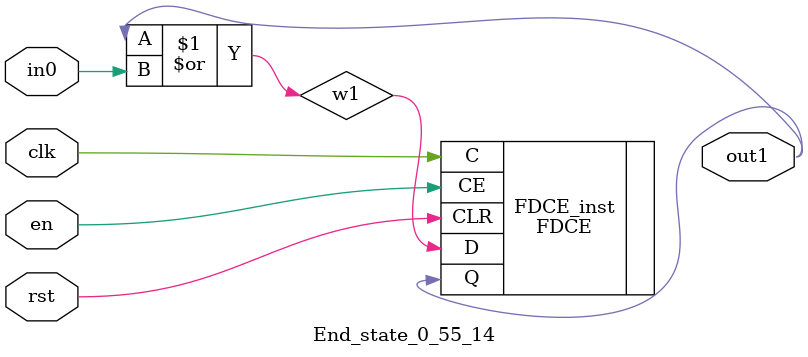
<source format=v>
module engine_0_55(out,clk,sod,en, in_113, in_114, in_9, in_12, in_21, in_25, in_30, in_46, in_64, in_66, in_112);
//pcre: /^http\/1\x2e[01][ \t]+449/i
//block char: [01][1], [ \t][1], H[0], \x2E[8], p[0], \x2F[8], t[0], ^[9], 4[0], 1[0], 9[0], 

	input clk,sod,en;

	input in_113, in_114, in_9, in_12, in_21, in_25, in_30, in_46, in_64, in_66, in_112;
	output out;

	assign w0 = 1'b1;
	state_0_55_1 BlockState_0_55_1 (w1,in_46,clk,en,sod,w0);
	state_0_55_2 BlockState_0_55_2 (w2,in_9,clk,en,sod,w1);
	state_0_55_3 BlockState_0_55_3 (w3,in_30,clk,en,sod,w2);
	state_0_55_4 BlockState_0_55_4 (w4,in_30,clk,en,sod,w3);
	state_0_55_5 BlockState_0_55_5 (w5,in_21,clk,en,sod,w4);
	state_0_55_6 BlockState_0_55_6 (w6,in_25,clk,en,sod,w5);
	state_0_55_7 BlockState_0_55_7 (w7,in_66,clk,en,sod,w6);
	state_0_55_8 BlockState_0_55_8 (w8,in_12,clk,en,sod,w7);
	state_0_55_9 BlockState_0_55_9 (w9,in_113,clk,en,sod,w8);
	state_0_55_10 BlockState_0_55_10 (w10,in_114,clk,en,sod,w10,w9);
	state_0_55_11 BlockState_0_55_11 (w11,in_64,clk,en,sod,w10);
	state_0_55_12 BlockState_0_55_12 (w12,in_64,clk,en,sod,w11);
	state_0_55_13 BlockState_0_55_13 (w13,in_112,clk,en,sod,w12);
	End_state_0_55_14 BlockState_0_55_14 (out,clk,en,sod,w13);
endmodule

module state_0_55_1(out1,in_char,clk,en,rst,in0);
	input in_char,clk,en,rst,in0;
	output out1;
	wire w1,w2;
	assign w1 = in0; 
	and(w2,in_char,w1);
	FDCE #(.INIT(1'b0)) FDCE_inst (
		.Q(out1),
		.C(clk),
		.CE(en),
		.CLR(rst),
		.D(w2)
);
endmodule

module state_0_55_2(out1,in_char,clk,en,rst,in0);
	input in_char,clk,en,rst,in0;
	output out1;
	wire w1,w2;
	assign w1 = in0; 
	and(w2,in_char,w1);
	FDCE #(.INIT(1'b0)) FDCE_inst (
		.Q(out1),
		.C(clk),
		.CE(en),
		.CLR(rst),
		.D(w2)
);
endmodule

module state_0_55_3(out1,in_char,clk,en,rst,in0);
	input in_char,clk,en,rst,in0;
	output out1;
	wire w1,w2;
	assign w1 = in0; 
	and(w2,in_char,w1);
	FDCE #(.INIT(1'b0)) FDCE_inst (
		.Q(out1),
		.C(clk),
		.CE(en),
		.CLR(rst),
		.D(w2)
);
endmodule

module state_0_55_4(out1,in_char,clk,en,rst,in0);
	input in_char,clk,en,rst,in0;
	output out1;
	wire w1,w2;
	assign w1 = in0; 
	and(w2,in_char,w1);
	FDCE #(.INIT(1'b0)) FDCE_inst (
		.Q(out1),
		.C(clk),
		.CE(en),
		.CLR(rst),
		.D(w2)
);
endmodule

module state_0_55_5(out1,in_char,clk,en,rst,in0);
	input in_char,clk,en,rst,in0;
	output out1;
	wire w1,w2;
	assign w1 = in0; 
	and(w2,in_char,w1);
	FDCE #(.INIT(1'b0)) FDCE_inst (
		.Q(out1),
		.C(clk),
		.CE(en),
		.CLR(rst),
		.D(w2)
);
endmodule

module state_0_55_6(out1,in_char,clk,en,rst,in0);
	input in_char,clk,en,rst,in0;
	output out1;
	wire w1,w2;
	assign w1 = in0; 
	and(w2,in_char,w1);
	FDCE #(.INIT(1'b0)) FDCE_inst (
		.Q(out1),
		.C(clk),
		.CE(en),
		.CLR(rst),
		.D(w2)
);
endmodule

module state_0_55_7(out1,in_char,clk,en,rst,in0);
	input in_char,clk,en,rst,in0;
	output out1;
	wire w1,w2;
	assign w1 = in0; 
	and(w2,in_char,w1);
	FDCE #(.INIT(1'b0)) FDCE_inst (
		.Q(out1),
		.C(clk),
		.CE(en),
		.CLR(rst),
		.D(w2)
);
endmodule

module state_0_55_8(out1,in_char,clk,en,rst,in0);
	input in_char,clk,en,rst,in0;
	output out1;
	wire w1,w2;
	assign w1 = in0; 
	and(w2,in_char,w1);
	FDCE #(.INIT(1'b0)) FDCE_inst (
		.Q(out1),
		.C(clk),
		.CE(en),
		.CLR(rst),
		.D(w2)
);
endmodule

module state_0_55_9(out1,in_char,clk,en,rst,in0);
	input in_char,clk,en,rst,in0;
	output out1;
	wire w1,w2;
	assign w1 = in0; 
	and(w2,in_char,w1);
	FDCE #(.INIT(1'b0)) FDCE_inst (
		.Q(out1),
		.C(clk),
		.CE(en),
		.CLR(rst),
		.D(w2)
);
endmodule

module state_0_55_10(out1,in_char,clk,en,rst,in0,in1);
	input in_char,clk,en,rst,in0,in1;
	output out1;
	wire w1,w2;
	or(w1,in0,in1);
	and(w2,in_char,w1);
	FDCE #(.INIT(1'b0)) FDCE_inst (
		.Q(out1),
		.C(clk),
		.CE(en),
		.CLR(rst),
		.D(w2)
);
endmodule

module state_0_55_11(out1,in_char,clk,en,rst,in0);
	input in_char,clk,en,rst,in0;
	output out1;
	wire w1,w2;
	assign w1 = in0; 
	and(w2,in_char,w1);
	FDCE #(.INIT(1'b0)) FDCE_inst (
		.Q(out1),
		.C(clk),
		.CE(en),
		.CLR(rst),
		.D(w2)
);
endmodule

module state_0_55_12(out1,in_char,clk,en,rst,in0);
	input in_char,clk,en,rst,in0;
	output out1;
	wire w1,w2;
	assign w1 = in0; 
	and(w2,in_char,w1);
	FDCE #(.INIT(1'b0)) FDCE_inst (
		.Q(out1),
		.C(clk),
		.CE(en),
		.CLR(rst),
		.D(w2)
);
endmodule

module state_0_55_13(out1,in_char,clk,en,rst,in0);
	input in_char,clk,en,rst,in0;
	output out1;
	wire w1,w2;
	assign w1 = in0; 
	and(w2,in_char,w1);
	FDCE #(.INIT(1'b0)) FDCE_inst (
		.Q(out1),
		.C(clk),
		.CE(en),
		.CLR(rst),
		.D(w2)
);
endmodule

module End_state_0_55_14(out1,clk,en,rst,in0);
	input clk,rst,en,in0;
	output out1;
	wire w1;
	or(w1,out1,in0);
	FDCE #(.INIT(1'b0)) FDCE_inst (
		.Q(out1),
		.C(clk),
		.CE(en),
		.CLR(rst),
		.D(w1)
);
endmodule


</source>
